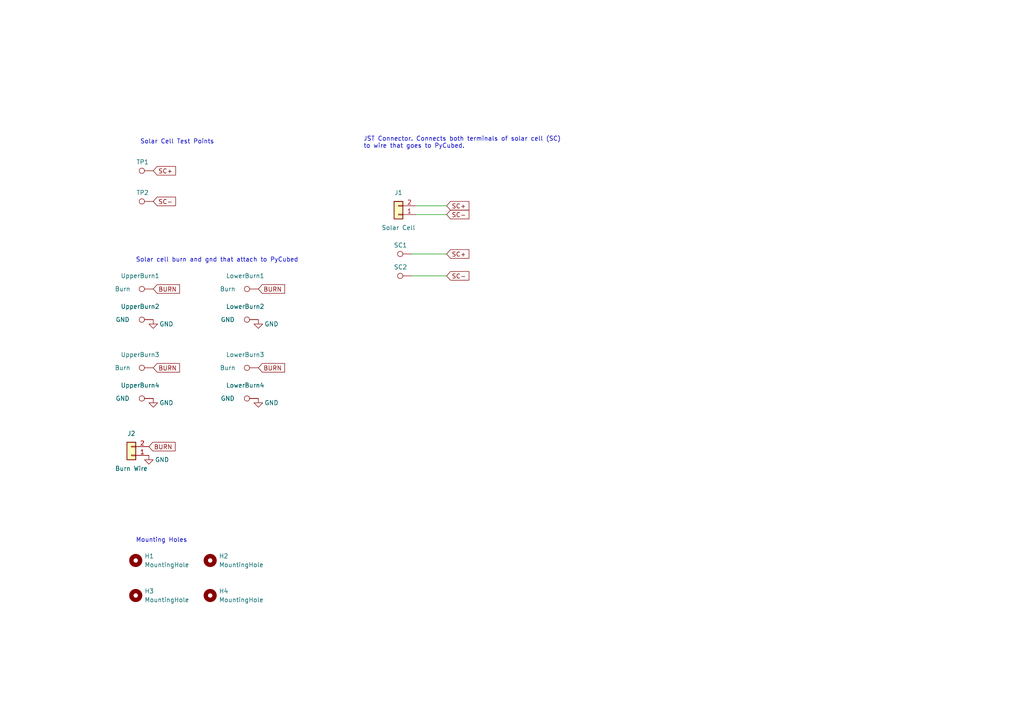
<source format=kicad_sch>
(kicad_sch (version 20211123) (generator eeschema)
  (paper "A4")
  (title_block (title "Solar Cell PCBs ") (date "2022-12-18") (rev "1"))
  (lib_symbols
    (symbol "Connector:TestPoint" (pin_numbers hide) (pin_names (offset 0.762) hide)
      (property "Reference" "TP" (at 0 6.858 0))
      (property "Value" "TestPoint" (at 0 5.08 0))
      (symbol "TestPoint_0_1"
        (circle (center 0 3.302) (radius 0.762))
      )
      (symbol "TestPoint_1_1"
        (pin passive line (at 0 0 90) (length 2.54) (name "1") (number "1"))
      )
    )
    (symbol "Connector_Generic:Conn_01x02" (pin_names (offset 1.016) hide)
      (property "Reference" "J" (at 0 2.54 0))
      (property "Value" "Conn_01x02" (at 0 -5.08 0))
      (symbol "Conn_01x02_1_1"
        (rectangle (start -1.27 -2.413) (end 0 -2.667) (stroke (width 0.1524)))
        (rectangle (start -1.27 0.127) (end 0 -0.127) (stroke (width 0.1524)))
        (rectangle (start -1.27 1.27) (end 1.27 -3.81) (stroke (width 0.254)) (fill (type background)))
        (pin passive line (at -5.08 0 0) (length 3.81) (name "Pin_1") (number "1"))
        (pin passive line (at -5.08 -2.54 0) (length 3.81) (name "Pin_2") (number "2"))
      )
    )
    (symbol "Mechanical:MountingHole" (pin_names (offset 1.016))
      (property "Reference" "H" (at 0 5.08 0))
      (property "Value" "MountingHole" (at 0 3.175 0))
      (symbol "MountingHole_0_1"
        (circle (center 0 0) (radius 1.27) (stroke (width 1.27)))
      )
    )
    (symbol "power:GND" (power) (pin_names (offset 0))
      (property "Value" "GND" (at 0 -3.81 0))
      (symbol "GND_0_1"
        (polyline (pts (xy 0 0) (xy 0 -1.27) (xy 1.27 -1.27) (xy 0 -2.54) (xy -1.27 -1.27) (xy 0 -1.27)))
      )
      (symbol "GND_1_1"
        (pin power_in line (at 0 0 270) (length 0) hide (name "GND") (number "1"))
      )
    )
  )
  (wire (pts (xy 129.54 73.66) (xy 119.38 73.66)))
  (wire (pts (xy 129.54 80.01) (xy 119.38 80.01)))
  (wire (pts (xy 129.54 59.69) (xy 120.65 59.69)))
  (wire (pts (xy 129.54 62.23) (xy 120.65 62.23)))
  (text "Solar cell burn and gnd that attach to PyCubed\n" (at 39.37 76.2 0) (effects (font (size 1.27 1.27)) (justify left bottom)))
  (text "Solar Cell Test Points" (at 40.64 41.91 0) (effects (font (size 1.27 1.27)) (justify left bottom)))
  (text "Mounting Holes" (at 39.37 157.48 0) (effects (font (size 1.27 1.27)) (justify left bottom)))
  (text "JST Connector. Connects both terminals of solar cell (SC)\nto wire that goes to PyCubed." (at 105.41 43.18 0) (effects (font (size 1.27 1.27)) (justify left bottom)))
  (global_label "SC-" (shape input) (at 44.45 58.42 0) (property "Intersheet References" "${INTERSHEET_REFS}" (effects hide)))
  (global_label "BURN" (shape input) (at 44.45 83.82 0) (property "Intersheet References" "${INTERSHEET_REFS}" (effects hide)))
  (global_label "SC+" (shape input) (at 129.54 59.69 0) (property "Intersheet References" "${INTERSHEET_REFS}" (effects hide)))
  (global_label "BURN" (shape input) (at 44.45 106.68 0) (property "Intersheet References" "${INTERSHEET_REFS}" (effects hide)))
  (global_label "SC-" (shape input) (at 129.54 80.01 0) (property "Intersheet References" "${INTERSHEET_REFS}" (effects hide)))
  (global_label "SC+" (shape input) (at 129.54 73.66 0) (property "Intersheet References" "${INTERSHEET_REFS}" (effects hide)))
  (global_label "BURN" (shape input) (at 74.93 83.82 0) (property "Intersheet References" "${INTERSHEET_REFS}" (effects hide)))
  (global_label "SC+" (shape input) (at 44.45 49.53 0) (property "Intersheet References" "${INTERSHEET_REFS}" (effects hide)))
  (global_label "SC-" (shape input) (at 129.54 62.23 0) (property "Intersheet References" "${INTERSHEET_REFS}" (effects hide)))
  (global_label "BURN" (shape input) (at 74.93 106.68 0) (property "Intersheet References" "${INTERSHEET_REFS}" (effects hide)))
  (global_label "BURN" (shape input) (at 43.18 129.54 0) (property "Intersheet References" "${INTERSHEET_REFS}" (effects hide)))
  (symbol (lib_id "Connector:TestPoint") (at 74.93 106.68 90) (unit 1)
    (property "Reference" "LowerBurn3" (at 71.12 102.87 90))
    (property "Value" "Burn" (at 66.04 106.68 90))
    (property "Footprint" "TestPoint:TestPoint_THTPad_2.0x2.0mm_Drill1.0mm" (effects hide))
  )
  (symbol (lib_id "Mechanical:MountingHole") (at 60.96 162.56 0) (unit 1)
    (property "Reference" "H2" (at 63.5 161.2899 0) (effects (justify left)))
    (property "Value" "MountingHole" (at 63.5 163.8299 0) (effects (justify left)))
    (property "Footprint" "MountingHole:MountingHole_3.2mm_M3_DIN965_Pad" (effects hide))
  )
  (symbol (lib_id "Connector:TestPoint") (at 44.45 115.57 90) (unit 1)
    (property "Reference" "UpperBurn4" (at 40.64 111.76 90))
    (property "Value" "GND" (at 35.56 115.57 90))
    (property "Footprint" "TestPoint:TestPoint_THTPad_2.0x2.0mm_Drill1.0mm" (effects hide))
  )
  (symbol (lib_id "power:GND") (at 44.45 92.71 0) (unit 1)
    (property "Reference" "#PWR0101" (effects hide))
    (property "Value" "GND" (at 48.26 93.98 0))
  )
  (symbol (lib_id "Mechanical:MountingHole") (at 60.96 172.72 0) (unit 1)
    (property "Reference" "H4" (at 63.5 171.4499 0) (effects (justify left)))
    (property "Value" "MountingHole" (at 63.5 173.9899 0) (effects (justify left)))
    (property "Footprint" "MountingHole:MountingHole_3.2mm_M3_DIN965_Pad" (effects hide))
  )
  (symbol (lib_id "Connector:TestPoint") (at 74.93 115.57 90) (unit 1)
    (property "Reference" "LowerBurn4" (at 71.12 111.76 90))
    (property "Value" "GND" (at 66.04 115.57 90))
    (property "Footprint" "TestPoint:TestPoint_THTPad_2.0x2.0mm_Drill1.0mm" (effects hide))
  )
  (symbol (lib_id "power:GND") (at 43.18 132.08 0) (unit 1)
    (property "Reference" "#PWR0102" (effects hide))
    (property "Value" "GND" (at 46.99 133.35 0))
  )
  (symbol (lib_id "Connector_Generic:Conn_01x02") (at 38.1 132.08 180) (unit 1)
    (property "Reference" "J2" (at 38.1 125.73 0))
    (property "Value" "Burn Wire" (at 38.1 135.89 0))
    (property "Footprint" "Molex_PicoLock_2p_2mm_2053380002:2053380002" (effects hide))
  )
  (symbol (lib_id "Mechanical:MountingHole") (at 39.37 172.72 0) (unit 1)
    (property "Reference" "H3" (at 41.91 171.4499 0) (effects (justify left)))
    (property "Value" "MountingHole" (at 41.91 173.9899 0) (effects (justify left)))
    (property "Footprint" "MountingHole:MountingHole_3.2mm_M3_DIN965_Pad" (effects hide))
  )
  (symbol (lib_id "Connector:TestPoint") (at 119.38 80.01 90) (unit 1)
    (property "Reference" "SC2" (at 118.11 77.47 90) (effects (justify left)))
    (property "Value" "SC-" (effects hide))
    (property "Footprint" "TestPoint:TestPoint_THTPad_D3.0mm_Drill1.5mm" (effects hide))
  )
  (symbol (lib_id "Connector:TestPoint") (at 44.45 58.42 90) (unit 1)
    (property "Reference" "TP2" (at 43.18 55.88 90) (effects (justify left)))
    (property "Value" "SC-" (effects hide))
    (property "Footprint" "TestPoint:TestPoint_Loop_D1.80mm_Drill1.0mm_Beaded" (effects hide))
    (property "DNP" "DNP" (effects hide))
  )
  (symbol (lib_id "power:GND") (at 44.45 115.57 0) (unit 1)
    (property "Reference" "#PWR0104" (effects hide))
    (property "Value" "GND" (at 48.26 116.84 0))
  )
  (symbol (lib_id "Connector:TestPoint") (at 44.45 83.82 90) (unit 1)
    (property "Reference" "UpperBurn1" (at 40.64 80.01 90))
    (property "Value" "Burn" (at 35.56 83.82 90))
    (property "Footprint" "TestPoint:TestPoint_THTPad_2.0x2.0mm_Drill1.0mm" (effects hide))
  )
  (symbol (lib_id "power:GND") (at 74.93 92.71 0) (unit 1)
    (property "Reference" "#PWR0103" (effects hide))
    (property "Value" "GND" (at 78.74 93.98 0))
  )
  (symbol (lib_id "Connector:TestPoint") (at 44.45 106.68 90) (unit 1)
    (property "Reference" "UpperBurn3" (at 40.64 102.87 90))
    (property "Value" "Burn" (at 35.56 106.68 90))
    (property "Footprint" "TestPoint:TestPoint_THTPad_2.0x2.0mm_Drill1.0mm" (effects hide))
  )
  (symbol (lib_id "Connector_Generic:Conn_01x02") (at 115.57 62.23 180) (unit 1)
    (property "Reference" "J1" (at 115.57 55.88 0))
    (property "Value" "Solar Cell" (at 115.57 66.04 0))
    (property "Footprint" "Molex_PicoLock_2p_2mm_2053380002:2053380002" (effects hide))
  )
  (symbol (lib_id "Connector:TestPoint") (at 44.45 49.53 90) (unit 1)
    (property "Reference" "TP1" (at 43.18 46.99 90) (effects (justify left)))
    (property "Value" "SC+" (effects hide))
    (property "Footprint" "TestPoint:TestPoint_Loop_D1.80mm_Drill1.0mm_Beaded" (effects hide))
    (property "DNP" "DNP" (effects hide))
  )
  (symbol (lib_id "power:GND") (at 74.93 115.57 0) (unit 1)
    (property "Reference" "#PWR0105" (effects hide))
    (property "Value" "GND" (at 78.74 116.84 0))
  )
  (symbol (lib_id "Connector:TestPoint") (at 74.93 83.82 90) (unit 1)
    (property "Reference" "LowerBurn1" (at 71.12 80.01 90))
    (property "Value" "Burn" (at 66.04 83.82 90))
    (property "Footprint" "TestPoint:TestPoint_THTPad_2.0x2.0mm_Drill1.0mm" (effects hide))
  )
  (symbol (lib_id "Mechanical:MountingHole") (at 39.37 162.56 0) (unit 1)
    (property "Reference" "H1" (at 41.91 161.2899 0) (effects (justify left)))
    (property "Value" "MountingHole" (at 41.91 163.8299 0) (effects (justify left)))
    (property "Footprint" "MountingHole:MountingHole_3.2mm_M3_DIN965_Pad" (effects hide))
  )
  (symbol (lib_id "Connector:TestPoint") (at 119.38 73.66 90) (unit 1)
    (property "Reference" "SC1" (at 118.11 71.12 90) (effects (justify left)))
    (property "Value" "SC+" (effects hide))
    (property "Footprint" "TestPoint:TestPoint_THTPad_D3.0mm_Drill1.5mm" (effects hide))
  )
  (symbol (lib_id "Connector:TestPoint") (at 74.93 92.71 90) (unit 1)
    (property "Reference" "LowerBurn2" (at 71.12 88.9 90))
    (property "Value" "GND" (at 66.04 92.71 90))
    (property "Footprint" "TestPoint:TestPoint_THTPad_2.0x2.0mm_Drill1.0mm" (effects hide))
  )
  (symbol (lib_id "Connector:TestPoint") (at 44.45 92.71 90) (unit 1)
    (property "Reference" "UpperBurn2" (at 40.64 88.9 90))
    (property "Value" "GND" (at 35.56 92.71 90))
    (property "Footprint" "TestPoint:TestPoint_THTPad_2.0x2.0mm_Drill1.0mm" (effects hide))
  )
)
</source>
